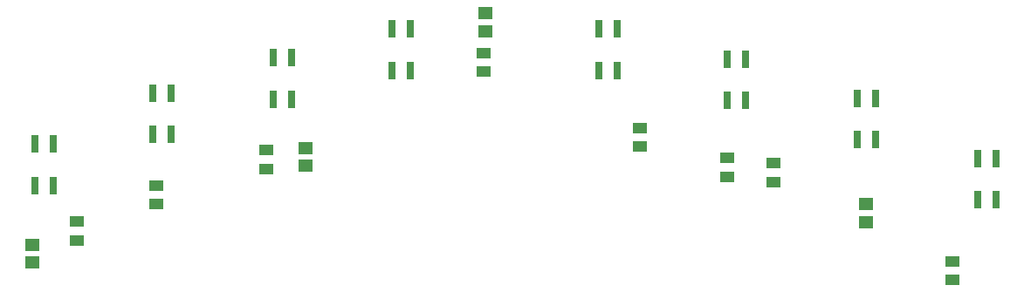
<source format=gbp>
G04*
G04 #@! TF.GenerationSoftware,Altium Limited,Altium Designer,23.10.1 (27)*
G04*
G04 Layer_Color=128*
%FSLAX44Y44*%
%MOMM*%
G71*
G04*
G04 #@! TF.SameCoordinates,2FD0DFDD-310B-44B2-BA78-C92062C4FB9D*
G04*
G04*
G04 #@! TF.FilePolarity,Positive*
G04*
G01*
G75*
%ADD78R,0.7900X1.6600*%
%ADD79R,1.4500X1.1500*%
%ADD80R,1.3500X1.0000*%
D78*
X35450Y825180D02*
D03*
Y785180D02*
D03*
X53450Y785180D02*
D03*
Y825180D02*
D03*
X167750Y834710D02*
D03*
Y874710D02*
D03*
X149750D02*
D03*
Y834710D02*
D03*
X266590Y909000D02*
D03*
Y869000D02*
D03*
X284590Y869000D02*
D03*
Y909000D02*
D03*
X382160Y936940D02*
D03*
Y896940D02*
D03*
X400160D02*
D03*
Y936940D02*
D03*
X582733Y936986D02*
D03*
Y896986D02*
D03*
X600733D02*
D03*
Y936986D02*
D03*
X833010Y869630D02*
D03*
Y829630D02*
D03*
X851010D02*
D03*
Y869630D02*
D03*
X967850Y811210D02*
D03*
Y771210D02*
D03*
X949850D02*
D03*
Y811210D02*
D03*
X725170Y908050D02*
D03*
X725170Y868050D02*
D03*
X707170Y868050D02*
D03*
Y908050D02*
D03*
D79*
X32766Y727570D02*
D03*
Y710070D02*
D03*
X298450Y821550D02*
D03*
X298450Y804050D02*
D03*
X472231Y952606D02*
D03*
Y935106D02*
D03*
X842010Y749440D02*
D03*
Y766940D02*
D03*
D80*
X75946Y749918D02*
D03*
Y731918D02*
D03*
X153670Y784970D02*
D03*
Y766970D02*
D03*
X260350Y819260D02*
D03*
Y801260D02*
D03*
X470662Y913858D02*
D03*
Y895858D02*
D03*
X622300Y822850D02*
D03*
Y840850D02*
D03*
X707390Y793640D02*
D03*
Y811640D02*
D03*
X751840Y788560D02*
D03*
Y806560D02*
D03*
X925405Y693324D02*
D03*
Y711324D02*
D03*
M02*

</source>
